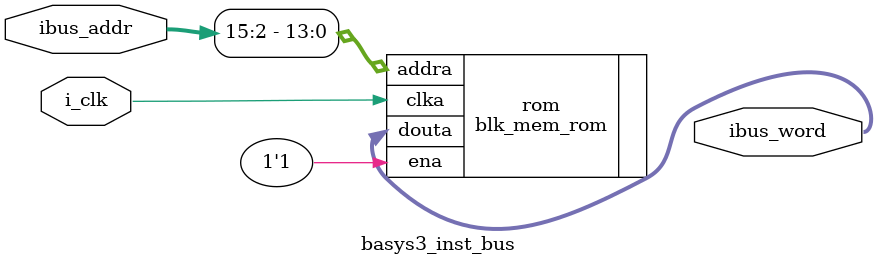
<source format=sv>
`timescale 1ns / 1ps

module basys3_inst_bus(
    input   logic i_clk,
    input   logic [31:0] ibus_addr,
    output  logic [31:0] ibus_word
    );
    
    // 16 KiloWords instruction address space => 14 bit address line
    blk_mem_rom rom(
        .clka(i_clk),
        .ena('1),
        .addra(ibus_addr[15:2]),
        .douta(ibus_word)
    );
    
endmodule

</source>
